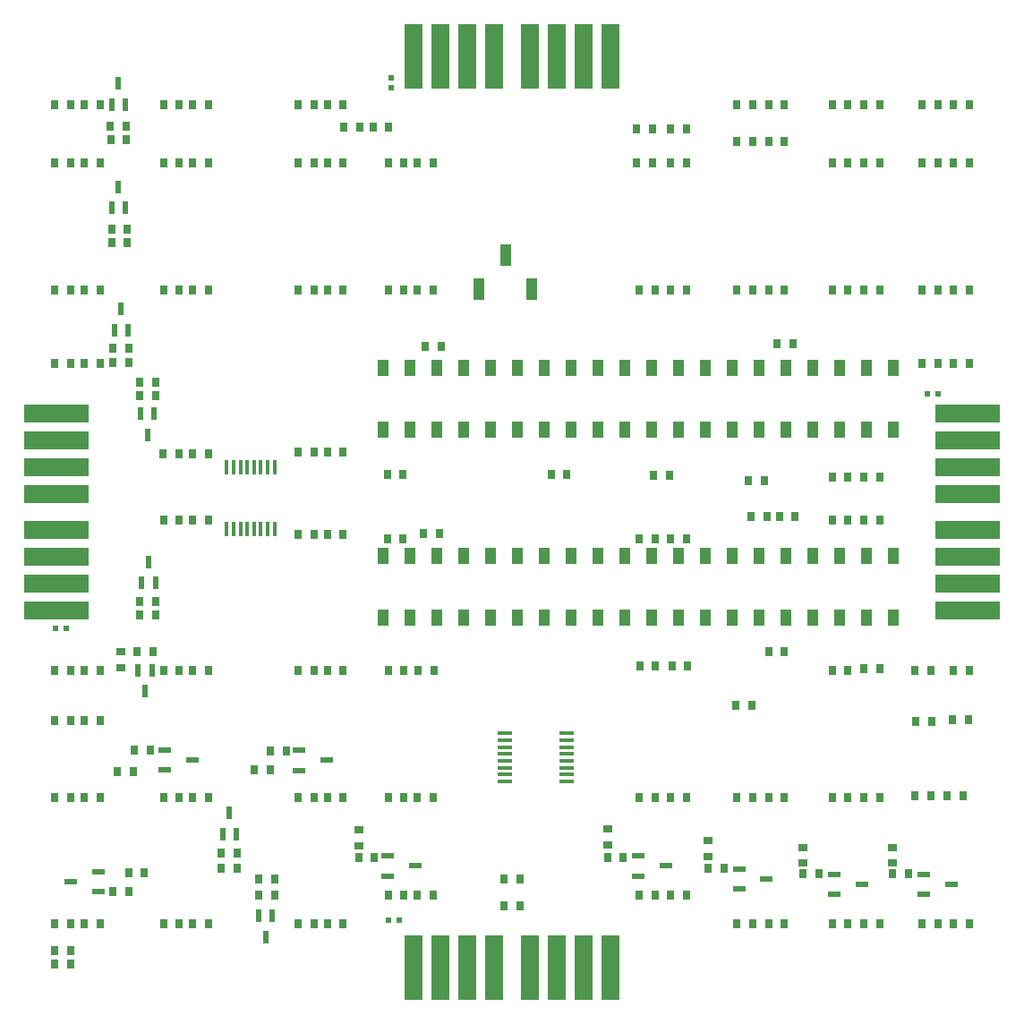
<source format=gbp>
G04 Layer_Color=128*
%FSLAX24Y24*%
%MOIN*%
G70*
G01*
G75*
%ADD19R,0.0410X0.0630*%
%ADD20R,0.0276X0.0354*%
%ADD21R,0.0217X0.0453*%
%ADD22R,0.0453X0.0236*%
%ADD23R,0.0354X0.0276*%
%ADD24R,0.0700X0.2400*%
%ADD25R,0.2400X0.0700*%
%ADD26R,0.0394X0.0787*%
%ADD27R,0.0236X0.0197*%
%ADD28R,0.0140X0.0580*%
%ADD29R,0.0580X0.0140*%
%ADD30R,0.0197X0.0236*%
D19*
X32500Y23650D02*
D03*
X31500D02*
D03*
X30500D02*
D03*
X29500D02*
D03*
X28500D02*
D03*
X27500D02*
D03*
X26500D02*
D03*
X25500D02*
D03*
X24500D02*
D03*
X23500D02*
D03*
X22500D02*
D03*
X21500D02*
D03*
X20500D02*
D03*
X19500D02*
D03*
X18500D02*
D03*
X17500D02*
D03*
X16500D02*
D03*
X15500D02*
D03*
X14500D02*
D03*
X13500D02*
D03*
X32500Y21350D02*
D03*
X31500D02*
D03*
X30500D02*
D03*
X29500D02*
D03*
X28500D02*
D03*
X27500D02*
D03*
X26500D02*
D03*
X25500D02*
D03*
X24500D02*
D03*
X23500D02*
D03*
X22500D02*
D03*
X21500D02*
D03*
X20500D02*
D03*
X19500D02*
D03*
X18500D02*
D03*
X17500D02*
D03*
X16500D02*
D03*
X15500D02*
D03*
X14500D02*
D03*
X13500D02*
D03*
X32500Y16650D02*
D03*
X31500D02*
D03*
X30500D02*
D03*
X29500D02*
D03*
X28500D02*
D03*
X27500D02*
D03*
X26500D02*
D03*
X25500D02*
D03*
X24500D02*
D03*
X23500D02*
D03*
X22500D02*
D03*
X21500D02*
D03*
X20500D02*
D03*
X19500D02*
D03*
X18500D02*
D03*
X17500D02*
D03*
X16500D02*
D03*
X15500D02*
D03*
X14500D02*
D03*
X13500D02*
D03*
X32500Y14350D02*
D03*
X31500D02*
D03*
X30500D02*
D03*
X29500D02*
D03*
X28500D02*
D03*
X27500D02*
D03*
X26500D02*
D03*
X25500D02*
D03*
X24500D02*
D03*
X23500D02*
D03*
X22500D02*
D03*
X21500D02*
D03*
X20500D02*
D03*
X19500D02*
D03*
X18500D02*
D03*
X17500D02*
D03*
X16500D02*
D03*
X15500D02*
D03*
X14500D02*
D03*
X13500D02*
D03*
D20*
X14805Y12402D02*
D03*
X15395D02*
D03*
X13681D02*
D03*
X14272D02*
D03*
X11417D02*
D03*
X12008D02*
D03*
X10335D02*
D03*
X10925D02*
D03*
X6398D02*
D03*
X6988D02*
D03*
X5315D02*
D03*
X5906D02*
D03*
X1870Y12402D02*
D03*
X1280D02*
D03*
X2953D02*
D03*
X2362D02*
D03*
X21850Y5433D02*
D03*
X22441D02*
D03*
X12585Y5425D02*
D03*
X13176D02*
D03*
X34494Y7727D02*
D03*
X35085D02*
D03*
X33313D02*
D03*
X33904D02*
D03*
X31398Y7677D02*
D03*
X31988D02*
D03*
X30217D02*
D03*
X30807D02*
D03*
X27854D02*
D03*
X28445D02*
D03*
X26673D02*
D03*
X27264D02*
D03*
X23031Y7677D02*
D03*
X23622D02*
D03*
X24213D02*
D03*
X24803D02*
D03*
X23031Y4035D02*
D03*
X23622D02*
D03*
X24213D02*
D03*
X24803D02*
D03*
X13681Y4035D02*
D03*
X14272D02*
D03*
X14764Y4035D02*
D03*
X15354D02*
D03*
X1870Y33465D02*
D03*
X1280D02*
D03*
X6398Y33465D02*
D03*
X6988D02*
D03*
X11417D02*
D03*
X12008D02*
D03*
X13114Y32629D02*
D03*
X13704D02*
D03*
X24213Y32579D02*
D03*
X24803D02*
D03*
X27854Y33465D02*
D03*
X28445D02*
D03*
X31398Y33465D02*
D03*
X31988D02*
D03*
X34744D02*
D03*
X35335D02*
D03*
X1870Y31299D02*
D03*
X1280D02*
D03*
X6398Y31299D02*
D03*
X6988D02*
D03*
X11417D02*
D03*
X12008D02*
D03*
X14764Y31299D02*
D03*
X15354D02*
D03*
X24213Y31299D02*
D03*
X24803D02*
D03*
X27854Y32087D02*
D03*
X28445D02*
D03*
X31398Y31299D02*
D03*
X31988D02*
D03*
X34744D02*
D03*
X35335D02*
D03*
X1870Y26575D02*
D03*
X1280D02*
D03*
X6398Y26575D02*
D03*
X6988D02*
D03*
X11417D02*
D03*
X12008D02*
D03*
X14764Y26575D02*
D03*
X15354D02*
D03*
X27854Y26575D02*
D03*
X28445D02*
D03*
X31398D02*
D03*
X31988D02*
D03*
X34744D02*
D03*
X35335D02*
D03*
X1870Y23819D02*
D03*
X1280D02*
D03*
X6405Y20450D02*
D03*
X6995D02*
D03*
X15065Y24460D02*
D03*
X15655D02*
D03*
X24150Y19650D02*
D03*
X23560D02*
D03*
X28175Y24550D02*
D03*
X28765D02*
D03*
X31398Y19587D02*
D03*
X31988D02*
D03*
X34744Y23819D02*
D03*
X35335D02*
D03*
X11417Y17462D02*
D03*
X12008D02*
D03*
X15005Y17500D02*
D03*
X15595D02*
D03*
X24213Y17312D02*
D03*
X24803D02*
D03*
X28250Y18132D02*
D03*
X28840D02*
D03*
X31398Y18012D02*
D03*
X31988D02*
D03*
X34744Y12402D02*
D03*
X35335D02*
D03*
X1870Y10532D02*
D03*
X1280D02*
D03*
X24255Y12550D02*
D03*
X24845D02*
D03*
X27854Y13091D02*
D03*
X28445D02*
D03*
X31405Y12450D02*
D03*
X31995D02*
D03*
X34705Y10550D02*
D03*
X35295D02*
D03*
X1870Y7677D02*
D03*
X1280D02*
D03*
X6398Y7677D02*
D03*
X6988D02*
D03*
X11417Y7677D02*
D03*
X12008D02*
D03*
X14764Y7677D02*
D03*
X15354D02*
D03*
X11417Y2953D02*
D03*
X12008D02*
D03*
X31398D02*
D03*
X31988D02*
D03*
X34744D02*
D03*
X35335D02*
D03*
X2953Y33465D02*
D03*
X2362D02*
D03*
X5315Y33465D02*
D03*
X5906D02*
D03*
X10335D02*
D03*
X10925D02*
D03*
X12031Y32629D02*
D03*
X12622D02*
D03*
X22931Y32579D02*
D03*
X23522D02*
D03*
X26673Y33465D02*
D03*
X27264D02*
D03*
X30217D02*
D03*
X30807D02*
D03*
X33563D02*
D03*
X34154D02*
D03*
X2953Y31299D02*
D03*
X2362D02*
D03*
X5315Y31299D02*
D03*
X5906D02*
D03*
X10335D02*
D03*
X10925D02*
D03*
X13681D02*
D03*
X14272D02*
D03*
X22931Y31299D02*
D03*
X23522D02*
D03*
X26673Y32087D02*
D03*
X27264D02*
D03*
X30217Y31299D02*
D03*
X30807D02*
D03*
X33563D02*
D03*
X34154D02*
D03*
X2953Y26575D02*
D03*
X2362D02*
D03*
X5315Y26575D02*
D03*
X5906D02*
D03*
X10335D02*
D03*
X10925D02*
D03*
X13681D02*
D03*
X14272D02*
D03*
X26673D02*
D03*
X27264D02*
D03*
X30217D02*
D03*
X30807D02*
D03*
X33563D02*
D03*
X34154D02*
D03*
X2953Y23819D02*
D03*
X2362D02*
D03*
X5305Y20480D02*
D03*
X5895D02*
D03*
X10335Y20537D02*
D03*
X10925D02*
D03*
X13655Y19700D02*
D03*
X14245D02*
D03*
X20345Y19700D02*
D03*
X19755D02*
D03*
X27105Y19450D02*
D03*
X27695D02*
D03*
X30217Y19587D02*
D03*
X30807D02*
D03*
X33563Y23819D02*
D03*
X34154D02*
D03*
X5315Y18012D02*
D03*
X5906D02*
D03*
X10335Y17462D02*
D03*
X10925D02*
D03*
X13655Y17300D02*
D03*
X14245D02*
D03*
X23031Y17312D02*
D03*
X23622D02*
D03*
X27205Y18120D02*
D03*
X27795D02*
D03*
X30217Y18012D02*
D03*
X30807D02*
D03*
X33305Y12400D02*
D03*
X33895D02*
D03*
X2953Y10532D02*
D03*
X2362D02*
D03*
X23055Y12550D02*
D03*
X23645D02*
D03*
X27215Y11090D02*
D03*
X26625D02*
D03*
X30217Y12402D02*
D03*
X30807D02*
D03*
X33326Y10513D02*
D03*
X33917D02*
D03*
X2953Y7677D02*
D03*
X2362D02*
D03*
X5315Y7677D02*
D03*
X5906D02*
D03*
X10335D02*
D03*
X10925D02*
D03*
X13681D02*
D03*
X14272D02*
D03*
X5315Y2953D02*
D03*
X5906D02*
D03*
X10335D02*
D03*
X10925D02*
D03*
X30215D02*
D03*
X30805D02*
D03*
X33563D02*
D03*
X34154D02*
D03*
X4232Y9429D02*
D03*
X4823D02*
D03*
X9291Y9390D02*
D03*
X9882D02*
D03*
X3602Y8642D02*
D03*
X4193D02*
D03*
X8701Y8681D02*
D03*
X9291D02*
D03*
X4921Y13091D02*
D03*
X4331D02*
D03*
X6398Y2953D02*
D03*
X6988D02*
D03*
X6398Y18012D02*
D03*
X6988D02*
D03*
X11417Y20537D02*
D03*
X12008D02*
D03*
X24213Y26575D02*
D03*
X24803D02*
D03*
X1870Y2953D02*
D03*
X1280D02*
D03*
X23031Y26575D02*
D03*
X23622D02*
D03*
X2953Y2953D02*
D03*
X2362D02*
D03*
X4016Y4154D02*
D03*
X3425D02*
D03*
X4606Y4862D02*
D03*
X4016D02*
D03*
X3945Y32150D02*
D03*
X3355D02*
D03*
X3976Y28346D02*
D03*
X3386D02*
D03*
X4035Y23858D02*
D03*
X3445D02*
D03*
X4429Y23130D02*
D03*
X5020D02*
D03*
X5020Y14469D02*
D03*
X4429D02*
D03*
X8858Y4626D02*
D03*
X9449D02*
D03*
X3346Y32677D02*
D03*
X3937D02*
D03*
X3386Y28839D02*
D03*
X3976D02*
D03*
X3445Y24409D02*
D03*
X4035D02*
D03*
X5020Y22638D02*
D03*
X4429D02*
D03*
X4429Y14961D02*
D03*
X5020D02*
D03*
X9449Y4035D02*
D03*
X8858D02*
D03*
X29134Y4823D02*
D03*
X29724D02*
D03*
X32480Y4823D02*
D03*
X33071D02*
D03*
X27854Y2953D02*
D03*
X28445D02*
D03*
X26673D02*
D03*
X27264D02*
D03*
X18012Y3642D02*
D03*
X18602D02*
D03*
X1870Y1969D02*
D03*
X1280D02*
D03*
X1870Y1476D02*
D03*
X1280D02*
D03*
X18012Y4626D02*
D03*
X18602D02*
D03*
X7480Y5610D02*
D03*
X8071D02*
D03*
X8071Y5020D02*
D03*
X7480D02*
D03*
X25591Y5020D02*
D03*
X26181D02*
D03*
D21*
X9114Y2461D02*
D03*
X9370Y3248D02*
D03*
X8858D02*
D03*
X3642Y34252D02*
D03*
X3386Y33465D02*
D03*
X3898D02*
D03*
X3642Y30413D02*
D03*
X3386Y29626D02*
D03*
X3898D02*
D03*
X3740Y25866D02*
D03*
X3484Y25079D02*
D03*
X3996D02*
D03*
X4764Y16437D02*
D03*
X4508Y15650D02*
D03*
X5020D02*
D03*
X7776Y7087D02*
D03*
X7520Y6299D02*
D03*
X8031D02*
D03*
X4626Y11614D02*
D03*
X4882Y12402D02*
D03*
X4370D02*
D03*
X4724Y21161D02*
D03*
X4980Y21949D02*
D03*
X4469D02*
D03*
D22*
X1870Y4528D02*
D03*
X2894Y4154D02*
D03*
Y4902D02*
D03*
X31319Y4429D02*
D03*
X30295Y4803D02*
D03*
Y4055D02*
D03*
X34665Y4429D02*
D03*
X33642Y4803D02*
D03*
Y4055D02*
D03*
X27776Y4626D02*
D03*
X26752Y5000D02*
D03*
Y4252D02*
D03*
X24035Y5118D02*
D03*
X23012Y5492D02*
D03*
Y4744D02*
D03*
X14685Y5118D02*
D03*
X13661Y5492D02*
D03*
Y4744D02*
D03*
X6398Y9055D02*
D03*
X5374Y9429D02*
D03*
Y8681D02*
D03*
X11388Y9049D02*
D03*
X10364Y9423D02*
D03*
Y8675D02*
D03*
D23*
X12585Y6468D02*
D03*
Y5878D02*
D03*
X25600Y6065D02*
D03*
Y5475D02*
D03*
X3740Y13091D02*
D03*
Y12500D02*
D03*
X29134Y5807D02*
D03*
Y5217D02*
D03*
X32480Y5807D02*
D03*
Y5217D02*
D03*
X21850Y6496D02*
D03*
Y5906D02*
D03*
D24*
X14642Y1339D02*
D03*
X15642D02*
D03*
X16642D02*
D03*
X17642D02*
D03*
X18972D02*
D03*
X19972D02*
D03*
X20972D02*
D03*
X21972D02*
D03*
X14642Y35276D02*
D03*
X15642D02*
D03*
X16642D02*
D03*
X17642D02*
D03*
X18972D02*
D03*
X19972D02*
D03*
X20972D02*
D03*
X21972D02*
D03*
D25*
X35276Y21972D02*
D03*
Y20972D02*
D03*
Y19972D02*
D03*
Y18972D02*
D03*
Y17642D02*
D03*
Y16642D02*
D03*
Y15642D02*
D03*
Y14642D02*
D03*
X1339Y21972D02*
D03*
Y20972D02*
D03*
Y19972D02*
D03*
Y18972D02*
D03*
Y17642D02*
D03*
Y16642D02*
D03*
Y15642D02*
D03*
Y14642D02*
D03*
D26*
X17070Y26606D02*
D03*
X19042D02*
D03*
X18058Y27874D02*
D03*
D27*
X14087Y3100D02*
D03*
X13693D02*
D03*
X1697Y13950D02*
D03*
X1303D02*
D03*
X33753Y22690D02*
D03*
X34147D02*
D03*
D28*
X9463Y17649D02*
D03*
X9203D02*
D03*
X8943D02*
D03*
X8693D02*
D03*
X8433D02*
D03*
X8183D02*
D03*
X7923D02*
D03*
X7663D02*
D03*
Y19949D02*
D03*
X7923D02*
D03*
X8183D02*
D03*
X8433D02*
D03*
X8693D02*
D03*
X8943D02*
D03*
X9203D02*
D03*
X9463D02*
D03*
D29*
X20343Y10054D02*
D03*
Y9794D02*
D03*
Y9534D02*
D03*
Y9284D02*
D03*
Y9024D02*
D03*
Y8774D02*
D03*
Y8514D02*
D03*
Y8254D02*
D03*
X18043D02*
D03*
Y8514D02*
D03*
Y8774D02*
D03*
Y9024D02*
D03*
Y9284D02*
D03*
Y9534D02*
D03*
Y9794D02*
D03*
Y10054D02*
D03*
D30*
X13790Y34083D02*
D03*
Y34477D02*
D03*
M02*

</source>
